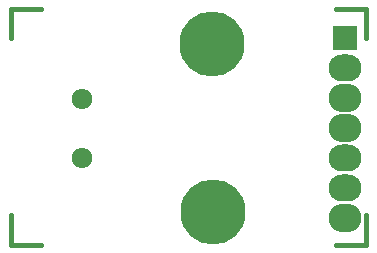
<source format=gbs>
G04 #@! TF.FileFunction,Soldermask,Bot*
%FSLAX46Y46*%
G04 Gerber Fmt 4.6, Leading zero omitted, Abs format (unit mm)*
G04 Created by KiCad (PCBNEW (2015-01-16 BZR 5376)-product) date 7/11/2015 10:08:44 AM*
%MOMM*%
G01*
G04 APERTURE LIST*
%ADD10C,0.150000*%
%ADD11C,0.381000*%
%ADD12O,1.708000X1.808000*%
%ADD13C,5.508000*%
%ADD14R,2.159000X2.159000*%
%ADD15O,2.794000X2.286000*%
%ADD16O,2.794000X2.413000*%
G04 APERTURE END LIST*
D10*
D11*
X28500000Y-39500000D02*
X28500000Y-37000000D01*
X28500000Y-39500000D02*
X31000000Y-39500000D01*
X58500000Y-39500000D02*
X56000000Y-39500000D01*
X58500000Y-39500000D02*
X58500000Y-37000000D01*
X28500000Y-19500000D02*
X28500000Y-22000000D01*
X28500000Y-19500000D02*
X31000000Y-19500000D01*
X58500000Y-19500000D02*
X58500000Y-22000000D01*
X58500000Y-19500000D02*
X56000000Y-19500000D01*
D12*
X34470540Y-27127100D03*
X34470540Y-32127100D03*
D13*
X45608000Y-36740000D03*
X45500000Y-22500000D03*
D14*
X56784000Y-22008000D03*
D15*
X56784000Y-24548000D03*
D16*
X56784000Y-27088000D03*
X56784000Y-29628000D03*
D15*
X56784000Y-32168000D03*
X56784000Y-34708000D03*
D16*
X56784000Y-37248000D03*
M02*

</source>
